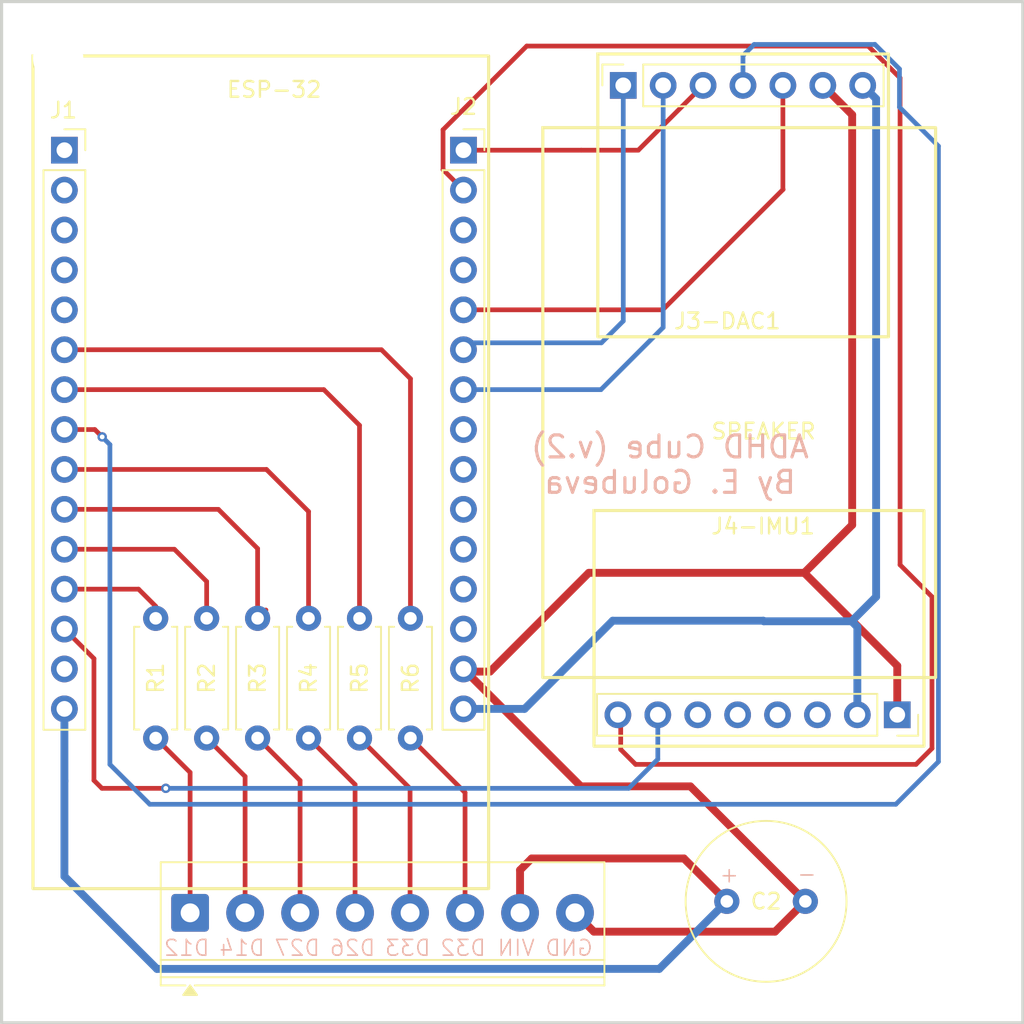
<source format=kicad_pcb>
(kicad_pcb (version 20241229) (generator "pcbnew") (generator_version "9.0")
  (layers (0 "F.Cu" signal) (2 "B.Cu" signal) (13 "F.Paste" user) (15 "B.Paste" user) (5 "F.SilkS" user "F.Silkscreen") (7 "B.SilkS" user "B.Silkscreen") (1 "F.Mask" user) (3 "B.Mask" user) (25 "Edge.Cuts" user))
  (net 0 "")
  (net 1 "GND")
  (net 2 "D12")
  (net 3 "D33")
  (net 4 "D26")
  (net 5 "D32")
  (net 6 "D27")
  (net 7 "D14")
  (net 8 "D25")
  (net 12 "D13")
  (net 13 "VIN")
  (net 17 "D21")
  (net 18 "D23")
  (net 19 "D22")
  (net 23 "3V3")
  (net 27 "D18")
  (net 29 "D19")
  (net 34 "Net-(J4-Pin_4)")
  (net 35 "Net-(J4-Pin_3)")
  (net 36 "Net-(J4-Pin_6)")
  (net 37 "Net-(J4-Pin_5)")
  (net 38 "Net-(J4-Pin_1)")
  (net 39 "Net-(J4-Pin_2)")
  (footprint "Connector_PinSocket_2.54mm:PinSocket_1x15_P2.54mm_Vertical" (layer "F.Cu") (at 79.4 59.46)
    (property "Reference" "J2" (at 0 -2.77 0) (layer "F.SilkS"))
    (property "Value" "Conn_01x15" (hide yes))
    (fp_line (start -1.33 1.27) (end -1.33 36.89) (stroke (width 0.12)) (layer "F.SilkS"))
    (fp_line (start -1.33 1.27) (end 1.33 1.27) (stroke (width 0.12)) (layer "F.SilkS"))
    (fp_line (start -1.33 36.89) (end 1.33 36.89) (stroke (width 0.12)) (layer "F.SilkS"))
    (fp_line (start 0 -1.33) (end 1.33 -1.33) (stroke (width 0.12)) (layer "F.SilkS"))
    (fp_line (start 1.33 -1.33) (end 1.33 0) (stroke (width 0.12)) (layer "F.SilkS"))
    (fp_line (start 1.33 1.27) (end 1.33 36.89) (stroke (width 0.12)) (layer "F.SilkS"))
    (pad "1" thru_hole rect (at 0 0) (size 1.7 1.7) (drill 1) (layers "*.Cu" "*.Mask") (net 18 "D23"))
    (pad "2" thru_hole circle (at 0 2.54) (size 1.7 1.7) (drill 1) (layers "*.Cu" "*.Mask") (net 19 "D22"))
    (pad "3" thru_hole circle (at 0 5.08) (size 1.7 1.7) (drill 1) (layers "*.Cu" "*.Mask"))
    (pad "4" thru_hole circle (at 0 7.62) (size 1.7 1.7) (drill 1) (layers "*.Cu" "*.Mask"))
    (pad "5" thru_hole circle (at 0 10.16) (size 1.7 1.7) (drill 1) (layers "*.Cu" "*.Mask") (net 17 "D21"))
    (pad "6" thru_hole circle (at 0 12.7) (size 1.7 1.7) (drill 1) (layers "*.Cu" "*.Mask") (net 29 "D19"))
    (pad "7" thru_hole circle (at 0 15.24) (size 1.7 1.7) (drill 1) (layers "*.Cu" "*.Mask") (net 27 "D18"))
    (pad "8" thru_hole circle (at 0 17.78) (size 1.7 1.7) (drill 1) (layers "*.Cu" "*.Mask"))
    (pad "9" thru_hole circle (at 0 20.32) (size 1.7 1.7) (drill 1) (layers "*.Cu" "*.Mask"))
    (pad "10" thru_hole circle (at 0 22.86) (size 1.7 1.7) (drill 1) (layers "*.Cu" "*.Mask"))
    (pad "11" thru_hole circle (at 0 25.4) (size 1.7 1.7) (drill 1) (layers "*.Cu" "*.Mask"))
    (pad "12" thru_hole circle (at 0 27.94) (size 1.7 1.7) (drill 1) (layers "*.Cu" "*.Mask"))
    (pad "13" thru_hole circle (at 0 30.48) (size 1.7 1.7) (drill 1) (layers "*.Cu" "*.Mask"))
    (pad "14" thru_hole circle (at 0 33.02) (size 1.7 1.7) (drill 1) (layers "*.Cu" "*.Mask") (net 1 "GND"))
    (pad "15" thru_hole circle (at 0 35.56) (size 1.7 1.7) (drill 1) (layers "*.Cu" "*.Mask") (net 23 "3V3"))
  )
  (footprint "Connector_PinSocket_2.54mm:PinSocket_1x15_P2.54mm_Vertical" (layer "F.Cu") (at 54 59.46)
    (property "Reference" "J1" (at -0.06 -2.54 0) (layer "F.SilkS"))
    (property "Value" "Conn_01x15" (hide yes))
    (fp_line (start -1.33 1.27) (end -1.33 36.89) (stroke (width 0.12)) (layer "F.SilkS"))
    (fp_line (start -1.33 1.27) (end 1.33 1.27) (stroke (width 0.12)) (layer "F.SilkS"))
    (fp_line (start -1.33 36.89) (end 1.33 36.89) (stroke (width 0.12)) (layer "F.SilkS"))
    (fp_line (start 0 -1.33) (end 1.33 -1.33) (stroke (width 0.12)) (layer "F.SilkS"))
    (fp_line (start 1.33 -1.33) (end 1.33 0) (stroke (width 0.12)) (layer "F.SilkS"))
    (fp_line (start 1.33 1.27) (end 1.33 36.89) (stroke (width 0.12)) (layer "F.SilkS"))
    (pad "1" thru_hole rect (at 0 0) (size 1.7 1.7) (drill 1) (layers "*.Cu" "*.Mask"))
    (pad "2" thru_hole circle (at 0 2.54) (size 1.7 1.7) (drill 1) (layers "*.Cu" "*.Mask"))
    (pad "3" thru_hole circle (at 0 5.08) (size 1.7 1.7) (drill 1) (layers "*.Cu" "*.Mask"))
    (pad "4" thru_hole circle (at 0 7.62) (size 1.7 1.7) (drill 1) (layers "*.Cu" "*.Mask"))
    (pad "5" thru_hole circle (at 0 10.16) (size 1.7 1.7) (drill 1) (layers "*.Cu" "*.Mask"))
    (pad "6" thru_hole circle (at 0 12.7) (size 1.7 1.7) (drill 1) (layers "*.Cu" "*.Mask") (net 5 "D32"))
    (pad "7" thru_hole circle (at 0 15.24) (size 1.7 1.7) (drill 1) (layers "*.Cu" "*.Mask") (net 3 "D33"))
    (pad "8" thru_hole circle (at 0 17.78) (size 1.7 1.7) (drill 1) (layers "*.Cu" "*.Mask") (net 8 "D25"))
    (pad "9" thru_hole circle (at 0 20.32) (size 1.7 1.7) (drill 1) (layers "*.Cu" "*.Mask") (net 4 "D26"))
    (pad "10" thru_hole circle (at 0 22.86) (size 1.7 1.7) (drill 1) (layers "*.Cu" "*.Mask") (net 6 "D27"))
    (pad "11" thru_hole circle (at 0 25.4) (size 1.7 1.7) (drill 1) (layers "*.Cu" "*.Mask") (net 7 "D14"))
    (pad "12" thru_hole circle (at 0 27.94) (size 1.7 1.7) (drill 1) (layers "*.Cu" "*.Mask") (net 2 "D12"))
    (pad "13" thru_hole circle (at 0 30.48) (size 1.7 1.7) (drill 1) (layers "*.Cu" "*.Mask") (net 12 "D13"))
    (pad "14" thru_hole circle (at 0 33.02) (size 1.7 1.7) (drill 1) (layers "*.Cu" "*.Mask"))
    (pad "15" thru_hole circle (at 0 35.56) (size 1.7 1.7) (drill 1) (layers "*.Cu" "*.Mask") (net 13 "VIN"))
  )
  (footprint "MountingHole:MountingHole_3.2mm_M3" (layer "F.Cu") (at 53.6 53.6)
    (property "Reference" "H1" (hide yes))
    (property "Value" "MountingHole" (hide yes))
    (pad "" np_thru_hole circle (at 0 0) (size 3.2 3.2) (drill 3.2) (layers "*.Cu" "*.Mask"))
  )
  (footprint "Resistor_THT:R_Axial_DIN0207_L6.3mm_D2.5mm_P7.62mm_Horizontal" (layer "F.Cu") (at 63.053 89.255 -90)
    (property "Reference" "R2" (at 3.81 0 90) (layer "F.SilkS"))
    (property "Value" "R" (hide yes))
    (fp_line (start 0.54 1.37) (end 7.08 1.37) (stroke (width 0.12)) (layer "F.SilkS"))
    (fp_line (start 7.08 1.37) (end 7.08 1.04) (stroke (width 0.12)) (layer "F.SilkS"))
    (fp_line (start 0.54 1.04) (end 0.54 1.37) (stroke (width 0.12)) (layer "F.SilkS"))
    (fp_line (start 0.54 -1.04) (end 0.54 -1.37) (stroke (width 0.12)) (layer "F.SilkS"))
    (fp_line (start 0.54 -1.37) (end 7.08 -1.37) (stroke (width 0.12)) (layer "F.SilkS"))
    (fp_line (start 7.08 -1.37) (end 7.08 -1.04) (stroke (width 0.12)) (layer "F.SilkS"))
    (pad "1" thru_hole circle (at 0 0 270) (size 1.6 1.6) (drill 0.8) (layers "*.Cu" "*.Mask") (net 7 "D14"))
    (pad "2" thru_hole circle (at 7.62 0 270) (size 1.6 1.6) (drill 0.8) (layers "*.Cu" "*.Mask") (net 39 "Net-(J4-Pin_2)"))
  )
  (footprint "Resistor_THT:R_Axial_DIN0207_L6.3mm_D2.5mm_P7.62mm_Horizontal" (layer "F.Cu") (at 59.81 89.255 -90)
    (property "Reference" "R1" (at 3.81 0 90) (layer "F.SilkS"))
    (property "Value" "R" (hide yes))
    (fp_line (start 0.54 1.37) (end 7.08 1.37) (stroke (width 0.12)) (layer "F.SilkS"))
    (fp_line (start 7.08 1.37) (end 7.08 1.04) (stroke (width 0.12)) (layer "F.SilkS"))
    (fp_line (start 0.54 1.04) (end 0.54 1.37) (stroke (width 0.12)) (layer "F.SilkS"))
    (fp_line (start 0.54 -1.04) (end 0.54 -1.37) (stroke (width 0.12)) (layer "F.SilkS"))
    (fp_line (start 0.54 -1.37) (end 7.08 -1.37) (stroke (width 0.12)) (layer "F.SilkS"))
    (fp_line (start 7.08 -1.37) (end 7.08 -1.04) (stroke (width 0.12)) (layer "F.SilkS"))
    (pad "1" thru_hole circle (at 0 0 270) (size 1.6 1.6) (drill 0.8) (layers "*.Cu" "*.Mask") (net 2 "D12"))
    (pad "2" thru_hole circle (at 7.62 0 270) (size 1.6 1.6) (drill 0.8) (layers "*.Cu" "*.Mask") (net 38 "Net-(J4-Pin_1)"))
  )
  (footprint "Connector_PinSocket_2.54mm:PinSocket_1x07_P2.54mm_Vertical" (layer "F.Cu") (at 89.57 55.335 90)
    (property "Reference" "J3-DAC1" (at -15 6.625 180) (layer "F.SilkS"))
    (property "Value" "Conn_01x07" (hide yes))
    (fp_line (start 1.33 -1.33) (end 1.33 0) (stroke (width 0.12)) (layer "F.SilkS"))
    (fp_line (start 0 -1.33) (end 1.33 -1.33) (stroke (width 0.12)) (layer "F.SilkS"))
    (fp_line (start 1.33 1.27) (end 1.33 16.57) (stroke (width 0.12)) (layer "F.SilkS"))
    (fp_line (start -1.33 1.27) (end 1.33 1.27) (stroke (width 0.12)) (layer "F.SilkS"))
    (fp_line (start -1.33 1.27) (end -1.33 16.57) (stroke (width 0.12)) (layer "F.SilkS"))
    (fp_line (start -1.33 16.57) (end 1.33 16.57) (stroke (width 0.12)) (layer "F.SilkS"))
    (pad "1" thru_hole rect (at 0 0 90) (size 1.7 1.7) (drill 1) (layers "*.Cu" "*.Mask") (net 29 "D19"))
    (pad "2" thru_hole circle (at 0 2.54 90) (size 1.7 1.7) (drill 1) (layers "*.Cu" "*.Mask") (net 27 "D18"))
    (pad "3" thru_hole circle (at 0 5.08 90) (size 1.7 1.7) (drill 1) (layers "*.Cu" "*.Mask") (net 18 "D23"))
    (pad "4" thru_hole circle (at 0 7.62 90) (size 1.7 1.7) (drill 1) (layers "*.Cu" "*.Mask") (net 8 "D25"))
    (pad "5" thru_hole circle (at 0 10.16 90) (size 1.7 1.7) (drill 1) (layers "*.Cu" "*.Mask") (net 17 "D21"))
    (pad "6" thru_hole circle (at 0 12.7 90) (size 1.7 1.7) (drill 1) (layers "*.Cu" "*.Mask") (net 1 "GND"))
    (pad "7" thru_hole circle (at 0 15.24 90) (size 1.7 1.7) (drill 1) (layers "*.Cu" "*.Mask") (net 23 "3V3"))
  )
  (footprint "MountingHole:MountingHole_3.2mm_M3" (layer "F.Cu") (at 53.6 111.4)
    (property "Reference" "H4" (hide yes))
    (property "Value" "MountingHole" (hide yes))
    (pad "" np_thru_hole circle (at 0 0) (size 3.2 3.2) (drill 3.2) (layers "*.Cu" "*.Mask"))
  )
  (footprint "Resistor_THT:R_Axial_DIN0207_L6.3mm_D2.5mm_P7.62mm_Horizontal" (layer "F.Cu") (at 69.539 89.255 -90)
    (property "Reference" "R4" (at 3.81 0 90) (layer "F.SilkS"))
    (property "Value" "R" (hide yes))
    (fp_line (start 0.54 1.37) (end 7.08 1.37) (stroke (width 0.12)) (layer "F.SilkS"))
    (fp_line (start 7.08 1.37) (end 7.08 1.04) (stroke (width 0.12)) (layer "F.SilkS"))
    (fp_line (start 0.54 1.04) (end 0.54 1.37) (stroke (width 0.12)) (layer "F.SilkS"))
    (fp_line (start 0.54 -1.04) (end 0.54 -1.37) (stroke (width 0.12)) (layer "F.SilkS"))
    (fp_line (start 0.54 -1.37) (end 7.08 -1.37) (stroke (width 0.12)) (layer "F.SilkS"))
    (fp_line (start 7.08 -1.37) (end 7.08 -1.04) (stroke (width 0.12)) (layer "F.SilkS"))
    (pad "1" thru_hole circle (at 0 0 270) (size 1.6 1.6) (drill 0.8) (layers "*.Cu" "*.Mask") (net 4 "D26"))
    (pad "2" thru_hole circle (at 7.62 0 270) (size 1.6 1.6) (drill 0.8) (layers "*.Cu" "*.Mask") (net 34 "Net-(J4-Pin_4)"))
  )
  (footprint "Capacitor_THT:C_Radial_D10.0mm_H20.0mm_P5.00mm" (layer "F.Cu") (at 96.16 107.27)
    (property "Reference" "C2" (at 2.5 0 0) (layer "F.SilkS"))
    (property "Value" "C" (hide yes))
    (fp_circle (center 2.5 0) (end 7.62 0) (stroke (width 0.12)) (fill no) (layer "F.SilkS"))
    (pad "1" thru_hole circle (at 0 0) (size 1.6 1.6) (drill 0.8) (layers "*.Cu" "*.Mask") (net 13 "VIN"))
    (pad "2" thru_hole circle (at 5 0) (size 1.6 1.6) (drill 0.8) (layers "*.Cu" "*.Mask") (net 1 "GND"))
  )
  (footprint "Resistor_THT:R_Axial_DIN0207_L6.3mm_D2.5mm_P7.62mm_Horizontal" (layer "F.Cu") (at 76.025 89.255 -90)
    (property "Reference" "R6" (at 3.81 0 90) (layer "F.SilkS"))
    (property "Value" "R" (hide yes))
    (fp_line (start 0.54 1.37) (end 7.08 1.37) (stroke (width 0.12)) (layer "F.SilkS"))
    (fp_line (start 7.08 1.37) (end 7.08 1.04) (stroke (width 0.12)) (layer "F.SilkS"))
    (fp_line (start 0.54 1.04) (end 0.54 1.37) (stroke (width 0.12)) (layer "F.SilkS"))
    (fp_line (start 0.54 -1.04) (end 0.54 -1.37) (stroke (width 0.12)) (layer "F.SilkS"))
    (fp_line (start 0.54 -1.37) (end 7.08 -1.37) (stroke (width 0.12)) (layer "F.SilkS"))
    (fp_line (start 7.08 -1.37) (end 7.08 -1.04) (stroke (width 0.12)) (layer "F.SilkS"))
    (pad "1" thru_hole circle (at 0 0 270) (size 1.6 1.6) (drill 0.8) (layers "*.Cu" "*.Mask") (net 5 "D32"))
    (pad "2" thru_hole circle (at 7.62 0 270) (size 1.6 1.6) (drill 0.8) (layers "*.Cu" "*.Mask") (net 36 "Net-(J4-Pin_6)"))
  )
  (footprint "Resistor_THT:R_Axial_DIN0207_L6.3mm_D2.5mm_P7.62mm_Horizontal" (layer "F.Cu") (at 72.782 89.255 -90)
    (property "Reference" "R5" (at 3.81 0 90) (layer "F.SilkS"))
    (property "Value" "R" (hide yes))
    (fp_line (start 0.54 1.37) (end 7.08 1.37) (stroke (width 0.12)) (layer "F.SilkS"))
    (fp_line (start 7.08 1.37) (end 7.08 1.04) (stroke (width 0.12)) (layer "F.SilkS"))
    (fp_line (start 0.54 1.04) (end 0.54 1.37) (stroke (width 0.12)) (layer "F.SilkS"))
    (fp_line (start 0.54 -1.04) (end 0.54 -1.37) (stroke (width 0.12)) (layer "F.SilkS"))
    (fp_line (start 0.54 -1.37) (end 7.08 -1.37) (stroke (width 0.12)) (layer "F.SilkS"))
    (fp_line (start 7.08 -1.37) (end 7.08 -1.04) (stroke (width 0.12)) (layer "F.SilkS"))
    (pad "1" thru_hole circle (at 0 0 270) (size 1.6 1.6) (drill 0.8) (layers "*.Cu" "*.Mask") (net 3 "D33"))
    (pad "2" thru_hole circle (at 7.62 0 270) (size 1.6 1.6) (drill 0.8) (layers "*.Cu" "*.Mask") (net 37 "Net-(J4-Pin_5)"))
  )
  (footprint "Resistor_THT:R_Axial_DIN0207_L6.3mm_D2.5mm_P7.62mm_Horizontal" (layer "F.Cu") (at 66.296 89.255 -90)
    (property "Reference" "R3" (at 3.81 0 90) (layer "F.SilkS"))
    (property "Value" "R" (hide yes))
    (fp_line (start 0.54 1.37) (end 7.08 1.37) (stroke (width 0.12)) (layer "F.SilkS"))
    (fp_line (start 7.08 1.37) (end 7.08 1.04) (stroke (width 0.12)) (layer "F.SilkS"))
    (fp_line (start 0.54 1.04) (end 0.54 1.37) (stroke (width 0.12)) (layer "F.SilkS"))
    (fp_line (start 0.54 -1.04) (end 0.54 -1.37) (stroke (width 0.12)) (layer "F.SilkS"))
    (fp_line (start 0.54 -1.37) (end 7.08 -1.37) (stroke (width 0.12)) (layer "F.SilkS"))
    (fp_line (start 7.08 -1.37) (end 7.08 -1.04) (stroke (width 0.12)) (layer "F.SilkS"))
    (pad "1" thru_hole circle (at 0 0 270) (size 1.6 1.6) (drill 0.8) (layers "*.Cu" "*.Mask") (net 6 "D27"))
    (pad "2" thru_hole circle (at 7.62 0 270) (size 1.6 1.6) (drill 0.8) (layers "*.Cu" "*.Mask") (net 35 "Net-(J4-Pin_3)"))
  )
  (footprint "TerminalBlock_Phoenix:TerminalBlock_Phoenix_PT-1,5-8-3.5-H_1x08_P3.50mm_Horizontal" (layer "F.Cu") (at 62 108)
    (property "Reference" "J4" (hide yes))
    (property "Value" "Screw_Terminal_01x08" (hide yes))
    (fp_line (start -1.87 -3.22) (end 26.37 -3.22) (stroke (width 0.12)) (layer "F.SilkS"))
    (fp_line (start -1.87 3) (end 26.37 3) (stroke (width 0.12)) (layer "F.SilkS"))
    (fp_line (start -1.87 4.1) (end 26.37 4.1) (stroke (width 0.12)) (layer "F.SilkS"))
    (fp_line (start -1.87 4.62) (end -1.87 -3.22) (stroke (width 0.12)) (layer "F.SilkS"))
    (fp_line (start -0.3 4.62) (end -1.87 4.62) (stroke (width 0.12)) (layer "F.SilkS"))
    (fp_line (start 26.37 -3.22) (end 26.37 4.62) (stroke (width 0.12)) (layer "F.SilkS"))
    (fp_line (start 26.37 4.62) (end 0.3 4.62) (stroke (width 0.12)) (layer "F.SilkS"))
    (fp_poly (pts (xy 0 4.62) (xy 0.44 5.23) (xy -0.44 5.23)) (stroke (width 0.12)) (fill yes) (layer "F.SilkS"))
    (pad "1" thru_hole roundrect (at 0 0) (size 2.4 2.4) (drill 1.2) (layers "*.Cu" "*.Mask") (roundrect_rratio 0.104167) (net 38 "Net-(J4-Pin_1)"))
    (pad "2" thru_hole circle (at 3.5 0) (size 2.4 2.4) (drill 1.2) (layers "*.Cu" "*.Mask") (net 39 "Net-(J4-Pin_2)"))
    (pad "3" thru_hole circle (at 7 0) (size 2.4 2.4) (drill 1.2) (layers "*.Cu" "*.Mask") (net 35 "Net-(J4-Pin_3)"))
    (pad "4" thru_hole circle (at 10.5 0) (size 2.4 2.4) (drill 1.2) (layers "*.Cu" "*.Mask") (net 34 "Net-(J4-Pin_4)"))
    (pad "5" thru_hole circle (at 14 0) (size 2.4 2.4) (drill 1.2) (layers "*.Cu" "*.Mask") (net 37 "Net-(J4-Pin_5)"))
    (pad "6" thru_hole circle (at 17.5 0) (size 2.4 2.4) (drill 1.2) (layers "*.Cu" "*.Mask") (net 36 "Net-(J4-Pin_6)"))
    (pad "7" thru_hole circle (at 21 0) (size 2.4 2.4) (drill 1.2) (layers "*.Cu" "*.Mask") (net 13 "VIN"))
    (pad "8" thru_hole circle (at 24.5 0) (size 2.4 2.4) (drill 1.2) (layers "*.Cu" "*.Mask") (net 1 "GND"))
  )
  (footprint "MountingHole:MountingHole_3.2mm_M3" (layer "F.Cu") (at 111.45 111.43)
    (property "Reference" "H3" (hide yes))
    (property "Value" "MountingHole" (hide yes))
    (pad "" np_thru_hole circle (at 0 0) (size 3.2 3.2) (drill 3.2) (layers "*.Cu" "*.Mask"))
  )
  (footprint "MountingHole:MountingHole_3.2mm_M3" (layer "F.Cu") (at 111.4 53.6)
    (property "Reference" "H2" (hide yes))
    (property "Value" "MountingHole" (hide yes))
    (pad "" np_thru_hole circle (at 0 0) (size 3.2 3.2) (drill 3.2) (layers "*.Cu" "*.Mask"))
  )
  (footprint "Connector_PinSocket_2.54mm:PinSocket_1x08_P2.54mm_Vertical" (layer "F.Cu") (at 107.009138 95.394959 -90)
    (property "Reference" "J4-IMU1" (at -12 8.54 0) (layer "F.SilkS"))
    (property "Value" "Conn_01x08" (hide yes))
    (fp_line (start -1.33 19.11) (end 1.33 19.11) (stroke (width 0.12)) (layer "F.SilkS"))
    (fp_line (start -1.33 1.27) (end -1.33 19.11) (stroke (width 0.12)) (layer "F.SilkS"))
    (fp_line (start -1.33 1.27) (end 1.33 1.27) (stroke (width 0.12)) (layer "F.SilkS"))
    (fp_line (start 1.33 1.27) (end 1.33 19.11) (stroke (width 0.12)) (layer "F.SilkS"))
    (fp_line (start 0 -1.33) (end 1.33 -1.33) (stroke (width 0.12)) (layer "F.SilkS"))
    (fp_line (start 1.33 -1.33) (end 1.33 0) (stroke (width 0.12)) (layer "F.SilkS"))
    (pad "1" thru_hole rect (at 0 0 270) (size 1.7 1.7) (drill 1) (layers "*.Cu" "*.Mask") (net 1 "GND"))
    (pad "2" thru_hole circle (at 0 2.54 270) (size 1.7 1.7) (drill 1) (layers "*.Cu" "*.Mask") (net 23 "3V3"))
    (pad "3" thru_hole circle (at 0 5.08 270) (size 1.7 1.7) (drill 1) (layers "*.Cu" "*.Mask"))
    (pad "4" thru_hole circle (at 0 7.62 270) (size 1.7 1.7) (drill 1) (layers "*.Cu" "*.Mask"))
    (pad "5" thru_hole circle (at 0 10.16 270) (size 1.7 1.7) (drill 1) (layers "*.Cu" "*.Mask"))
    (pad "6" thru_hole circle (at 0 12.7 270) (size 1.7 1.7) (drill 1) (layers "*.Cu" "*.Mask"))
    (pad "7" thru_hole circle (at 0 15.24 270) (size 1.7 1.7) (drill 1) (layers "*.Cu" "*.Mask") (net 12 "D13"))
    (pad "8" thru_hole circle (at 0 17.78 270) (size 1.7 1.7) (drill 1) (layers "*.Cu" "*.Mask") (net 19 "D22"))
  )
  (gr_rect (start 87.709138 82.394959) (end 108.709138 97.394959) (stroke (width 0.2)) (fill no) (layer "F.SilkS"))
  (gr_rect (start 84.45 58.025) (end 109.45 93.025) (stroke (width 0.2)) (fill no) (layer "F.SilkS"))
  (gr_rect (start 52 53.46) (end 81 106.46) (stroke (width 0.2)) (fill no) (layer "F.SilkS"))
  (gr_rect (start 87.95 53.335) (end 106.45 71.335) (stroke (width 0.2)) (fill no) (layer "F.SilkS"))
  (gr_rect (start 50 50) (end 115 115) (stroke (width 0.2)) (fill no) (layer "Edge.Cuts"))
  (gr_text "ESP-32" (at 67.35 55.6 0) (layer "F.SilkS") (effects (font (size 1 1))))
  (gr_text "SPEAKER" (at 98.5 77.35 0) (layer "F.SilkS") (effects (font (size 1 1))))
  (gr_text "+" (at 97 106.15 0) (layer "B.SilkS") (effects (font (size 1 1) (thickness 0.1)) (justify left bottom mirror)))
  (gr_text "D33" (at 77.372 110.82 0) (layer "B.SilkS") (effects (font (size 1 1) (thickness 0.1)) (justify left bottom mirror)))
  (gr_text "D27" (at 70.336 110.82 0) (layer "B.SilkS") (effects (font (size 1 1) (thickness 0.1)) (justify left bottom mirror)))
  (gr_text "D14" (at 66.818 110.82 0) (layer "B.SilkS") (effects (font (size 1 1) (thickness 0.1)) (justify left bottom mirror)))
  (gr_text "D32" (at 80.89 110.82 0) (layer "B.SilkS") (effects (font (size 1 1) (thickness 0.1)) (justify left bottom mirror)))
  (gr_text "GND" (at 87.71 110.82 0) (layer "B.SilkS") (effects (font (size 1 1) (thickness 0.1)) (justify left bottom mirror)))
  (gr_text "VIN" (at 84.011293 110.82 0) (layer "B.SilkS") (effects (font (size 1 1) (thickness 0.1)) (justify left bottom mirror)))
  (gr_text "ADHD Cube (v.2)\nBy E. Golubeva" (at 92.54 79.47 0) (layer "B.SilkS") (effects (font (size 1.4 1.4) (thickness 0.2)) (justify mirror)))
  (gr_text "D26" (at 73.854 110.82 0) (layer "B.SilkS") (effects (font (size 1 1) (thickness 0.1)) (justify left bottom mirror)))
  (gr_text "D12" (at 63.3 110.82 0) (layer "B.SilkS") (effects (font (size 1 1) (thickness 0.1)) (justify left bottom mirror)))
  (gr_text "-" (at 101.94 106.1 0) (layer "B.SilkS") (effects (font (size 1 1) (thickness 0.1)) (justify left bottom mirror)))
  (segment (start 79.4 92.48) (end 79.566 92.646) (width 0.5) (layer "F.Cu") (net 1))
  (segment (start 81.09 92.646) (end 87.376 86.36) (width 0.5) (layer "F.Cu") (net 1))
  (segment (start 93.84 99.95) (end 86.87 99.95) (width 0.5) (layer "F.Cu") (net 1))
  (segment (start 79.566 92.646) (end 81.09 92.646) (width 0.5) (layer "F.Cu") (net 1))
  (segment (start 101.16 107.27) (end 93.84 99.95) (width 0.5) (layer "F.Cu") (net 1))
  (segment (start 104.14 57.205) (end 102.27 55.335) (width 0.5) (layer "F.Cu") (net 1))
  (segment (start 87.7 109.2) (end 99.23 109.2) (width 0.5) (layer "F.Cu") (net 1))
  (segment (start 87.376 86.36) (end 101.092 86.36) (width 0.5) (layer "F.Cu") (net 1))
  (segment (start 86.87 99.95) (end 79.4 92.48) (width 0.5) (layer "F.Cu") (net 1))
  (segment (start 99.23 109.2) (end 101.16 107.27) (width 0.5) (layer "F.Cu") (net 1))
  (segment (start 87.7 109.2) (end 86.5 108) (width 0.5) (layer "F.Cu") (net 1))
  (segment (start 101.092 86.36) (end 107.009138 92.277138) (width 0.5) (layer "F.Cu") (net 1))
  (segment (start 104.14 83.312) (end 104.14 57.205) (width 0.5) (layer "F.Cu") (net 1))
  (segment (start 107.009138 92.277138) (end 107.009138 95.394959) (width 0.5) (layer "F.Cu") (net 1))
  (segment (start 101.092 86.36) (end 104.14 83.312) (width 0.5) (layer "F.Cu") (net 1))
  (segment (start 59.81 89.255) (end 59.81 88.49) (width 0.3) (layer "F.Cu") (net 2))
  (segment (start 58.72 87.4) (end 54 87.4) (width 0.3) (layer "F.Cu") (net 2))
  (segment (start 59.81 88.49) (end 58.72 87.4) (width 0.3) (layer "F.Cu") (net 2))
  (segment (start 70.51 74.7) (end 72.782 76.972) (width 0.3) (layer "F.Cu") (net 3))
  (segment (start 72.782 76.972) (end 72.782 89.255) (width 0.3) (layer "F.Cu") (net 3))
  (segment (start 54 74.7) (end 70.51 74.7) (width 0.3) (layer "F.Cu") (net 3))
  (segment (start 54 74.7) (end 54 74.24) (width 0.3) (layer "F.Cu") (net 3))
  (segment (start 66.86 79.78) (end 69.539 82.459) (width 0.3) (layer "F.Cu") (net 4))
  (segment (start 54 79.78) (end 66.86 79.78) (width 0.3) (layer "F.Cu") (net 4))
  (segment (start 69.539 82.459) (end 69.539 89.255) (width 0.3) (layer "F.Cu") (net 4))
  (segment (start 76.025 74.005) (end 76.025 89.255) (width 0.3) (layer "F.Cu") (net 5))
  (segment (start 54 72.16) (end 54 71.7) (width 0.3) (layer "F.Cu") (net 5))
  (segment (start 74.18 72.16) (end 76.025 74.005) (width 0.3) (layer "F.Cu") (net 5))
  (segment (start 54 72.16) (end 74.18 72.16) (width 0.3) (layer "F.Cu") (net 5))
  (segment (start 75.975 88.921387) (end 76.025 88.921387) (width 0.3) (layer "B.Cu") (net 5))
  (segment (start 54 82.32) (end 63.8 82.32) (width 0.3) (layer "F.Cu") (net 6))
  (segment (start 63.8 82.32) (end 66.296 84.816) (width 0.3) (layer "F.Cu") (net 6))
  (segment (start 66.296 84.816) (end 66.296 89.255) (width 0.3) (layer "F.Cu") (net 6))
  (segment (start 66.825 88.726) (end 66.296 89.255) (width 0.3) (layer "F.Cu") (net 6))
  (segment (start 54 84.86) (end 61 84.86) (width 0.3) (layer "F.Cu") (net 7))
  (segment (start 63.053 86.913) (end 63.053 89.255) (width 0.3) (layer "F.Cu") (net 7))
  (segment (start 61 84.86) (end 63.053 86.913) (width 0.3) (layer "F.Cu") (net 7))
  (segment (start 56.4035 77.7085) (end 55.935 77.24) (width 0.3) (layer "F.Cu") (net 8))
  (segment (start 55.935 77.24) (end 54 77.24) (width 0.3) (layer "F.Cu") (net 8))
  (via (at 56.4035 77.7085) (size 0.6) (drill 0.3) (layers "F.Cu" "B.Cu") (net 8))
  (segment (start 56.4035 77.7085) (end 56.896 78.201) (width 0.3) (layer "B.Cu") (net 8))
  (segment (start 109.63 59.2) (end 107.15 56.72) (width 0.3) (layer "B.Cu") (net 8))
  (segment (start 56.896 78.201) (end 56.896 98.556) (width 0.3) (layer "B.Cu") (net 8))
  (segment (start 107.15 56.72) (end 107.15 54.29) (width 0.3) (layer "B.Cu") (net 8))
  (segment (start 105.58 52.72) (end 105.57 52.73) (width 0.3) (layer "B.Cu") (net 8))
  (segment (start 107.15 54.29) (end 105.58 52.72) (width 0.3) (layer "B.Cu") (net 8))
  (segment (start 97.9 52.73) (end 97.19 53.44) (width 0.3) (layer "B.Cu") (net 8))
  (segment (start 56.896 98.556) (end 59.432 101.092) (width 0.3) (layer "B.Cu") (net 8))
  (segment (start 109.63 98.38) (end 109.63 59.2) (width 0.3) (layer "B.Cu") (net 8))
  (segment (start 106.918 101.092) (end 109.63 98.38) (width 0.3) (layer "B.Cu") (net 8))
  (segment (start 105.57 52.73) (end 97.9 52.73) (width 0.3) (layer "B.Cu") (net 8))
  (segment (start 59.432 101.092) (end 106.918 101.092) (width 0.3) (layer "B.Cu") (net 8))
  (segment (start 97.19 53.44) (end 97.19 55.335) (width 0.3) (layer "B.Cu") (net 8))
  (segment (start 55.88 91.82) (end 55.88 99.568) (width 0.3) (layer "F.Cu") (net 12))
  (segment (start 54 89.94) (end 55.88 91.82) (width 0.3) (layer "F.Cu") (net 12))
  (segment (start 56.388 100.076) (end 60.452 100.076) (width 0.3) (layer "F.Cu") (net 12))
  (segment (start 55.88 99.568) (end 56.388 100.076) (width 0.3) (layer "F.Cu") (net 12))
  (via (at 60.452 100.076) (size 0.6) (drill 0.3) (layers "F.Cu" "B.Cu") (net 12))
  (segment (start 89.916 100.076) (end 91.769138 98.222862) (width 0.3) (layer "B.Cu") (net 12))
  (segment (start 91.769138 98.222862) (end 91.769138 95.394959) (width 0.3) (layer "B.Cu") (net 12))
  (segment (start 60.452 100.076) (end 89.916 100.076) (width 0.3) (layer "B.Cu") (net 12))
  (segment (start 83.74 104.54) (end 93.43 104.54) (width 0.5) (layer "F.Cu") (net 13))
  (segment (start 54.2 95.22) (end 54 95.02) (width 0.3) (layer "F.Cu") (net 13))
  (segment (start 83 105.28) (end 83.74 104.54) (width 0.5) (layer "F.Cu") (net 13))
  (segment (start 93.43 104.54) (end 96.16 107.27) (width 0.5) (layer "F.Cu") (net 13))
  (segment (start 83 108) (end 83 105.28) (width 0.5) (layer "F.Cu") (net 13))
  (segment (start 54 99.61) (end 54 95.02) (width 0.5) (layer "B.Cu") (net 13))
  (segment (start 91.86 111.57) (end 96.16 107.27) (width 0.5) (layer "B.Cu") (net 13))
  (segment (start 54 99.61) (end 54 105.68) (width 0.5) (layer "B.Cu") (net 13))
  (segment (start 96.16 107.7) (end 96.16 107.27) (width 0.5) (layer "B.Cu") (net 13))
  (segment (start 54 105.68) (end 59.89 111.57) (width 0.5) (layer "B.Cu") (net 13))
  (segment (start 59.89 111.57) (end 91.86 111.57) (width 0.5) (layer "B.Cu") (net 13))
  (segment (start 79.4 69.62) (end 92.08 69.62) (width 0.3) (layer "F.Cu") (net 17))
  (segment (start 92.08 69.62) (end 99.74 61.96) (width 0.3) (layer "F.Cu") (net 17))
  (segment (start 99.73 61.95) (end 99.73 55.335) (width 0.3) (layer "F.Cu") (net 17))
  (segment (start 99.74 61.96) (end 99.73 61.95) (width 0.3) (layer "F.Cu") (net 17))
  (segment (start 79.78163 69.23837) (end 79.78163 69.62) (width 0.3) (layer "B.Cu") (net 17))
  (segment (start 86.9 59.46) (end 79.4 59.46) (width 0.3) (layer "F.Cu") (net 18))
  (segment (start 86.9 59.46) (end 90.525 59.46) (width 0.3) (layer "F.Cu") (net 18))
  (segment (start 90.525 59.46) (end 94.65 55.335) (width 0.3) (layer "F.Cu") (net 18))
  (segment (start 108.204 98.552) (end 90.354179 98.552) (width 0.3) (layer "F.Cu") (net 19))
  (segment (start 89.408 95.216097) (end 89.229138 95.394959) (width 0.3) (layer "F.Cu") (net 19))
  (segment (start 107.188 85.852) (end 109.22 87.884) (width 0.3) (layer "F.Cu") (net 19))
  (segment (start 107.188 54.864) (end 107.188 85.852) (width 0.3) (layer "F.Cu") (net 19))
  (segment (start 89.408 97.605821) (end 89.408 95.573821) (width 0.3) (layer "F.Cu") (net 19))
  (segment (start 83.426 52.832) (end 105.156 52.832) (width 0.3) (layer "F.Cu") (net 19))
  (segment (start 79.4 62) (end 78.099 60.699) (width 0.3) (layer "F.Cu") (net 19))
  (segment (start 109.22 87.884) (end 109.22 97.536) (width 0.3) (layer "F.Cu") (net 19))
  (segment (start 90.354179 98.552) (end 89.408 97.605821) (width 0.3) (layer "F.Cu") (net 19))
  (segment (start 105.156 52.832) (end 107.188 54.864) (width 0.3) (layer "F.Cu") (net 19))
  (segment (start 89.408 95.573821) (end 89.229138 95.394959) (width 0.3) (layer "F.Cu") (net 19))
  (segment (start 78.099 58.159) (end 83.426 52.832) (width 0.3) (layer "F.Cu") (net 19))
  (segment (start 78.099 60.699) (end 78.099 58.159) (width 0.3) (layer "F.Cu") (net 19))
  (segment (start 109.22 97.536) (end 108.204 98.552) (width 0.3) (layer "F.Cu") (net 19))
  (segment (start 88.9 89.408) (end 98.482179 89.408) (width 0.5) (layer "B.Cu") (net 23))
  (segment (start 105.664 56.189) (end 104.81 55.335) (width 0.5) (layer "B.Cu") (net 23))
  (segment (start 83.288 95.02) (end 88.9 89.408) (width 0.5) (layer "B.Cu") (net 23))
  (segment (start 104.105089 89.442911) (end 105.664 87.884) (width 0.5) (layer "B.Cu") (net 23))
  (segment (start 79.4 95.02) (end 83.288 95.02) (width 0.5) (layer "B.Cu") (net 23))
  (segment (start 105.664 87.884) (end 105.664 56.189) (width 0.5) (layer "B.Cu") (net 23))
  (segment (start 104.105089 89.442911) (end 104.469138 89.80696) (width 0.5) (layer "B.Cu") (net 23))
  (segment (start 98.482179 89.408) (end 98.517089 89.442911) (width 0.5) (layer "B.Cu") (net 23))
  (segment (start 104.469138 89.80696) (end 104.469138 95.394959) (width 0.5) (layer "B.Cu") (net 23))
  (segment (start 98.517089 89.442911) (end 104.105089 89.442911) (width 0.5) (layer "B.Cu") (net 23))
  (segment (start 88.15 74.7) (end 79.4 74.7) (width 0.3) (layer "B.Cu") (net 27))
  (segment (start 92.11 70.74) (end 92.11 55.335) (width 0.3) (layer "B.Cu") (net 27))
  (segment (start 88.15 74.7) (end 92.11 70.74) (width 0.3) (layer "B.Cu") (net 27))
  (segment (start 79.4 72.16) (end 79.49 72.16) (width 0.3) (layer "F.Cu") (net 29))
  (segment (start 79.84 71.72) (end 88.18 71.72) (width 0.3) (layer "B.Cu") (net 29))
  (segment (start 89.57 70.33) (end 89.57 55.335) (width 0.3) (layer "B.Cu") (net 29))
  (segment (start 88.18 71.72) (end 89.57 70.33) (width 0.3) (layer "B.Cu") (net 29))
  (segment (start 79.4 72.16) (end 79.84 71.72) (width 0.3) (layer "B.Cu") (net 29))
  (segment (start 72.5 99.836) (end 69.539 96.875) (width 0.3) (layer "F.Cu") (net 34))
  (segment (start 72.5 108) (end 72.5 99.836) (width 0.3) (layer "F.Cu") (net 34))
  (segment (start 69 99.579) (end 66.296 96.875) (width 0.3) (layer "F.Cu") (net 35))
  (segment (start 69 108) (end 69 99.579) (width 0.3) (layer "F.Cu") (net 35))
  (segment (start 79.5 108) (end 79.5 100.35) (width 0.3) (layer "F.Cu") (net 36))
  (segment (start 79.5 100.35) (end 76.025 96.875) (width 0.3) (layer "F.Cu") (net 36))
  (segment (start 76 100.093) (end 72.782 96.875) (width 0.3) (layer "F.Cu") (net 37))
  (segment (start 76 108) (end 76 100.093) (width 0.3) (layer "F.Cu") (net 37))
  (segment (start 62 99.065) (end 59.81 96.875) (width 0.3) (layer "F.Cu") (net 38))
  (segment (start 62 108) (end 62 99.065) (width 0.3) (layer "F.Cu") (net 38))
  (segment (start 65.5 99.322) (end 63.053 96.875) (width 0.3) (layer "F.Cu") (net 39))
  (segment (start 65.5 108) (end 65.5 99.322) (width 0.3) (layer "F.Cu") (net 39))
)
</source>
